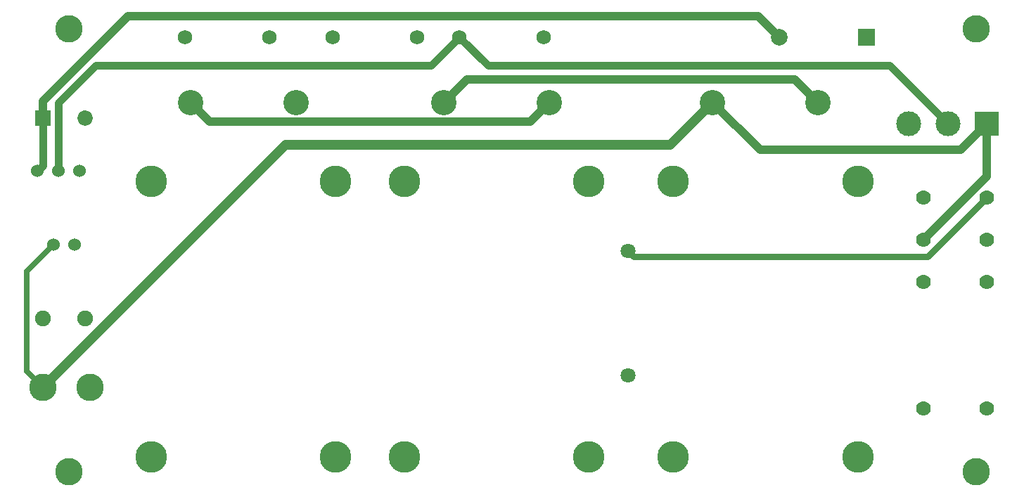
<source format=gtl>
%FSLAX25Y25*%
%MOIN*%
G70*
G01*
G75*
G04 Layer_Physical_Order=1*
G04 Layer_Color=255*
%ADD10C,0.04000*%
%ADD11C,0.02500*%
%ADD12C,0.04500*%
%ADD13C,0.03000*%
%ADD14C,0.03500*%
%ADD15C,0.13000*%
%ADD16R,0.11811X0.11811*%
%ADD17C,0.11811*%
%ADD18C,0.15000*%
%ADD19C,0.12000*%
%ADD20C,0.06000*%
%ADD21C,0.07284*%
%ADD22R,0.07284X0.07284*%
%ADD23C,0.07500*%
%ADD24C,0.07087*%
%ADD25C,0.06800*%
%ADD26C,0.07000*%
%ADD27R,0.07874X0.07874*%
%ADD28C,0.07874*%
D10*
X17500Y187500D02*
Y195500D01*
X58000Y236000D01*
X356608D01*
X366608Y226000D01*
X87500Y195000D02*
X96500Y186000D01*
X248500D01*
X257500Y195000D01*
X207500D02*
X218500Y206000D01*
X374000D01*
X385000Y195000D01*
X465000Y160000D02*
Y185000D01*
X435000Y130000D02*
X465000Y160000D01*
X335000Y195000D02*
X357500Y172500D01*
X452500D01*
X465000Y185000D01*
D11*
X10000Y67500D02*
X17500Y60000D01*
X10000Y67500D02*
Y115000D01*
X22500Y127500D01*
D12*
X315000Y175000D02*
X335000Y195000D01*
X132500Y175000D02*
X315000D01*
X17500Y60000D02*
X132500Y175000D01*
D13*
X437000Y122000D02*
X465000Y150000D01*
X297528Y122000D02*
X437000D01*
X295000Y124528D02*
X297528Y122000D01*
D14*
X17500Y165000D02*
Y187500D01*
X15000Y162500D02*
X17500Y165000D01*
X25000Y162500D02*
Y195000D01*
X42500Y212500D01*
X201500D01*
X215000Y226000D01*
X228500Y212500D01*
X418996D01*
X446496Y185000D01*
D15*
X17500Y60000D02*
D03*
X40000D02*
D03*
X30000Y20000D02*
D03*
X460000D02*
D03*
Y230000D02*
D03*
X30000D02*
D03*
D16*
X465000Y185000D02*
D03*
D17*
X427992D02*
D03*
X446496D02*
D03*
D18*
X156250Y26800D02*
D03*
X68750D02*
D03*
X156250Y157500D02*
D03*
X68750D02*
D03*
X188750D02*
D03*
X276250D02*
D03*
X188750Y26800D02*
D03*
X276250D02*
D03*
X403750D02*
D03*
X316250D02*
D03*
X403750Y157500D02*
D03*
X316250D02*
D03*
D19*
X137500Y195000D02*
D03*
X87500D02*
D03*
X207500D02*
D03*
X257500D02*
D03*
X385000D02*
D03*
X335000D02*
D03*
D20*
X15000Y162500D02*
D03*
X25000D02*
D03*
X35000D02*
D03*
X22500Y127500D02*
D03*
X32500D02*
D03*
D21*
X37500Y187500D02*
D03*
D22*
X17500D02*
D03*
D23*
Y92500D02*
D03*
X37500D02*
D03*
D24*
X295000Y65472D02*
D03*
Y124528D02*
D03*
D25*
X125000Y226000D02*
D03*
X85000D02*
D03*
X195000D02*
D03*
X155000D02*
D03*
X215000D02*
D03*
X255000D02*
D03*
D26*
X465000Y50000D02*
D03*
X435000D02*
D03*
X465000Y110000D02*
D03*
X435000D02*
D03*
X465000Y130000D02*
D03*
X435000D02*
D03*
X465000Y150000D02*
D03*
X435000D02*
D03*
D27*
X407789Y226000D02*
D03*
D28*
X366608D02*
D03*
M02*

</source>
